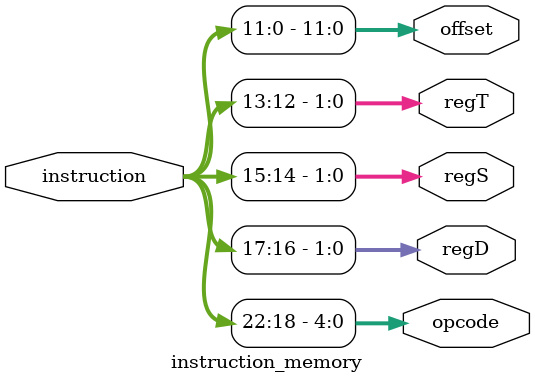
<source format=v>
module instruction_memory(
  input wire [22:0] instruction,
  output wire [4:0] opcode,
  output wire [1:0] regD,
  output wire [1:0] regS,
  output wire [1:0] regT,
  output wire [11:0] offset

);
  
  assign opcode = instruction[22:18];
  assign regD = instruction[17:16];
  assign regS = instruction[15:14];
  assign regT = instruction[13:12];
  assign offset = instruction[11:0];
  
endmodule

</source>
